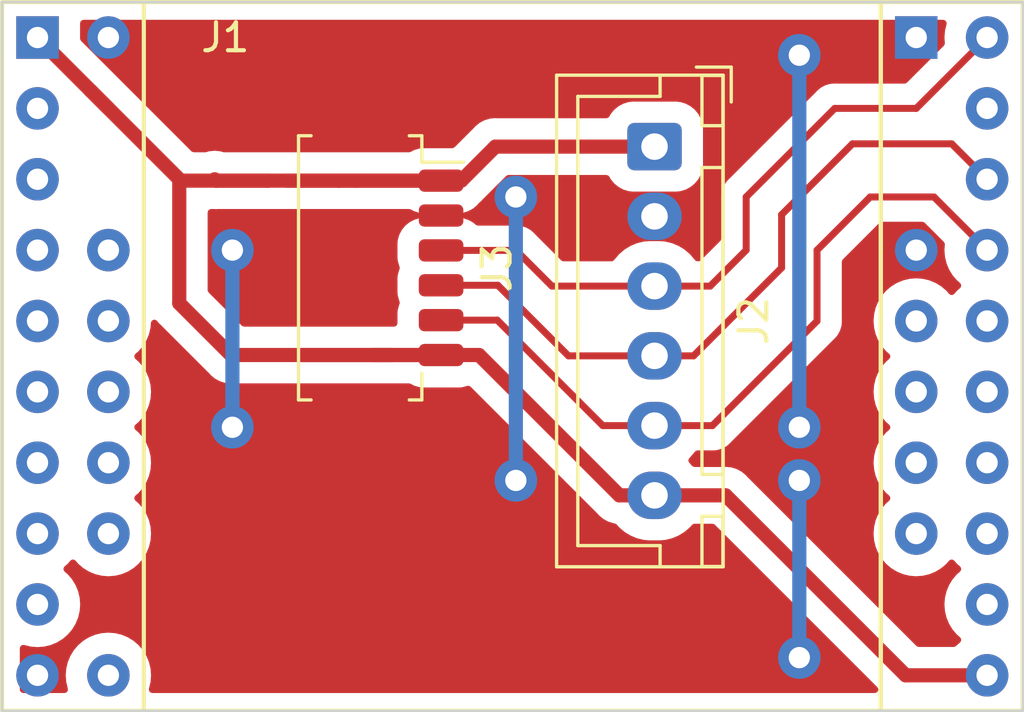
<source format=kicad_pcb>
(kicad_pcb (version 20221018) (generator pcbnew)
  (layers (0 "F.Cu" signal) (31 "B.Cu" signal) (34 "B.Paste" user) (35 "F.Paste" user) (36 "B.SilkS" user "B.Silkscreen") (37 "F.SilkS" user "F.Silkscreen") (38 "B.Mask" user) (39 "F.Mask" user) (44 "Edge.Cuts" user))
  (net 0 "")
  (net 1 "+3V3")
  (net 2 "GND")
  (net 3 "+5V")
  (net 5 "/G23")
  (net 22 "/G21")
  (net 24 "/G19")
  (footprint "Connector_JST:JST_XH_B6B-XH-A_1x06_P2.50mm_Vertical" (layer "F.Cu") (at 23.385 -20.22 -90)
    (fp_text reference "J2" (at 6.25 -3.55 90) (layer "F.SilkS"))
    (fp_text value "Conn_01x06")
    (fp_line (start -2.85 -2.75) (end -2.85 -1.5) (stroke (width 0.12)) (layer "F.SilkS"))
    (fp_line (start -2.56 -2.46) (end -2.56 3.51) (stroke (width 0.12)) (layer "F.SilkS"))
    (fp_line (start -2.56 3.51) (end 15.06 3.51) (stroke (width 0.12)) (layer "F.SilkS"))
    (fp_line (start -2.55 -2.45) (end -2.55 -1.7) (stroke (width 0.12)) (layer "F.SilkS"))
    (fp_line (start -2.55 -1.7) (end -0.75 -1.7) (stroke (width 0.12)) (layer "F.SilkS"))
    (fp_line (start -2.55 -0.2) (end -1.8 -0.2) (stroke (width 0.12)) (layer "F.SilkS"))
    (fp_line (start -1.8 -0.2) (end -1.8 2.75) (stroke (width 0.12)) (layer "F.SilkS"))
    (fp_line (start -1.8 2.75) (end 6.25 2.75) (stroke (width 0.12)) (layer "F.SilkS"))
    (fp_line (start -1.6 -2.75) (end -2.85 -2.75) (stroke (width 0.12)) (layer "F.SilkS"))
    (fp_line (start -0.75 -2.45) (end -2.55 -2.45) (stroke (width 0.12)) (layer "F.SilkS"))
    (fp_line (start -0.75 -1.7) (end -0.75 -2.45) (stroke (width 0.12)) (layer "F.SilkS"))
    (fp_line (start 0.75 -2.45) (end 0.75 -1.7) (stroke (width 0.12)) (layer "F.SilkS"))
    (fp_line (start 0.75 -1.7) (end 11.75 -1.7) (stroke (width 0.12)) (layer "F.SilkS"))
    (fp_line (start 11.75 -2.45) (end 0.75 -2.45) (stroke (width 0.12)) (layer "F.SilkS"))
    (fp_line (start 11.75 -1.7) (end 11.75 -2.45) (stroke (width 0.12)) (layer "F.SilkS"))
    (fp_line (start 13.25 -2.45) (end 13.25 -1.7) (stroke (width 0.12)) (layer "F.SilkS"))
    (fp_line (start 13.25 -1.7) (end 15.05 -1.7) (stroke (width 0.12)) (layer "F.SilkS"))
    (fp_line (start 14.3 -0.2) (end 14.3 2.75) (stroke (width 0.12)) (layer "F.SilkS"))
    (fp_line (start 14.3 2.75) (end 6.25 2.75) (stroke (width 0.12)) (layer "F.SilkS"))
    (fp_line (start 15.05 -2.45) (end 13.25 -2.45) (stroke (width 0.12)) (layer "F.SilkS"))
    (fp_line (start 15.05 -1.7) (end 15.05 -2.45) (stroke (width 0.12)) (layer "F.SilkS"))
    (fp_line (start 15.05 -0.2) (end 14.3 -0.2) (stroke (width 0.12)) (layer "F.SilkS"))
    (fp_line (start 15.06 -2.46) (end -2.56 -2.46) (stroke (width 0.12)) (layer "F.SilkS"))
    (fp_line (start 15.06 3.51) (end 15.06 -2.46) (stroke (width 0.12)) (layer "F.SilkS"))
    (pad "1" thru_hole roundrect (at 0 0 270) (size 1.7 1.95) (drill 0.95) (layers "*.Cu" "*.Mask") (roundrect_rratio 0.1470588235) (net 1 "+3V3"))
    (pad "2" thru_hole oval (at 2.5 0 270) (size 1.7 1.95) (drill 0.95) (layers "*.Cu" "*.Mask") (net 2 "GND"))
    (pad "3" thru_hole oval (at 5 0 270) (size 1.7 1.95) (drill 0.95) (layers "*.Cu" "*.Mask") (net 5 "/G23"))
    (pad "4" thru_hole oval (at 7.5 0 270) (size 1.7 1.95) (drill 0.95) (layers "*.Cu" "*.Mask") (net 22 "/G21"))
    (pad "5" thru_hole oval (at 10 0 270) (size 1.7 1.95) (drill 0.95) (layers "*.Cu" "*.Mask") (net 24 "/G19"))
    (pad "6" thru_hole oval (at 12.5 0 270) (size 1.7 1.95) (drill 0.95) (layers "*.Cu" "*.Mask") (net 1 "+3V3"))
  )
  (footprint "custom:ESP32_Relay_X2" (layer "F.Cu") (at 35.306 -13.97)
    (fp_text reference "J1" (at -27.305 -10.16 unlocked) (layer "F.SilkS"))
    (fp_text value "~")
    (fp_line (start -35.306 -11.43) (end -35.306 13.97) (stroke (width 0.15)) (layer "F.SilkS"))
    (fp_line (start -35.306 13.97) (end -30.226 13.97) (stroke (width 0.15)) (layer "F.SilkS"))
    (fp_line (start -30.226 -11.43) (end -35.306 -11.43) (stroke (width 0.15)) (layer "F.SilkS"))
    (fp_line (start -30.226 -11.43) (end -3.81 -11.43) (stroke (width 0.15)) (layer "F.SilkS"))
    (fp_line (start -30.226 13.97) (end -30.226 -11.43) (stroke (width 0.15)) (layer "F.SilkS"))
    (fp_line (start -3.81 -11.43) (end -3.81 13.97) (stroke (width 0.15)) (layer "F.SilkS"))
    (fp_line (start -3.81 -11.43) (end -3.81 13.97) (stroke (width 0.15)) (layer "F.SilkS"))
    (fp_line (start -3.81 13.97) (end -30.226 13.97) (stroke (width 0.15)) (layer "F.SilkS"))
    (fp_line (start -3.81 13.97) (end 1.27 13.97) (stroke (width 0.15)) (layer "F.SilkS"))
    (fp_line (start 1.27 -11.43) (end -3.81 -11.43) (stroke (width 0.15)) (layer "F.SilkS"))
    (fp_line (start 1.27 13.97) (end 1.27 -11.43) (stroke (width 0.15)) (layer "F.SilkS"))
    (pad "1" thru_hole rect locked (at -34.036 -10.16) (size 1.524 1.524) (drill 0.762) (layers "*.Cu" "*.Mask") (net 1 "+3V3"))
    (pad "2" thru_hole circle locked (at -34.036 -7.62) (size 1.524 1.524) (drill 0.762) (layers "*.Cu" "*.Mask"))
    (pad "3" thru_hole circle locked (at -34.036 -5.08) (size 1.524 1.524) (drill 0.762) (layers "*.Cu" "*.Mask"))
    (pad "4" thru_hole circle locked (at -34.036 -2.54) (size 1.524 1.524) (drill 0.762) (layers "*.Cu" "*.Mask"))
    (pad "5" thru_hole circle locked (at -34.036 0) (size 1.524 1.524) (drill 0.762) (layers "*.Cu" "*.Mask"))
    (pad "6" thru_hole circle locked (at -34.036 2.54) (size 1.524 1.524) (drill 0.762) (layers "*.Cu" "*.Mask"))
    (pad "7" thru_hole circle locked (at -34.036 5.08) (size 1.524 1.524) (drill 0.762) (layers "*.Cu" "*.Mask"))
    (pad "8" thru_hole circle locked (at -34.036 7.62) (size 1.524 1.524) (drill 0.762) (layers "*.Cu" "*.Mask"))
    (pad "9" thru_hole circle locked (at -34.036 10.16) (size 1.524 1.524) (drill 0.762) (layers "*.Cu" "*.Mask"))
    (pad "10" thru_hole circle locked (at -34.036 12.7) (size 1.524 1.524) (drill 0.762) (layers "*.Cu" "*.Mask") (net 2 "GND"))
    (pad "11" thru_hole circle locked (at -31.496 -10.16) (size 1.524 1.524) (drill 0.762) (layers "*.Cu" "*.Mask") (net 2 "GND"))
    (pad "14" thru_hole circle locked (at -31.496 -2.54) (size 1.524 1.524) (drill 0.762) (layers "*.Cu" "*.Mask"))
    (pad "15" thru_hole circle locked (at -31.496 0) (size 1.524 1.524) (drill 0.762) (layers "*.Cu" "*.Mask"))
    (pad "16" thru_hole circle locked (at -31.496 2.54) (size 1.524 1.524) (drill 0.762) (layers "*.Cu" "*.Mask"))
    (pad "17" thru_hole circle locked (at -31.496 5.08) (size 1.524 1.524) (drill 0.762) (layers "*.Cu" "*.Mask"))
    (pad "18" thru_hole circle locked (at -31.496 7.62) (size 1.524 1.524) (drill 0.762) (layers "*.Cu" "*.Mask"))
    (pad "20" thru_hole circle locked (at -31.496 12.7) (size 1.524 1.524) (drill 0.762) (layers "*.Cu" "*.Mask") (net 3 "+5V"))
    (pad "21" thru_hole rect locked (at -2.54 -10.16) (size 1.524 1.524) (drill 0.762) (layers "*.Cu" "*.Mask") (net 2 "GND"))
    (pad "24" thru_hole circle locked (at -2.54 -2.54) (size 1.524 1.524) (drill 0.762) (layers "*.Cu" "*.Mask") (net 2 "GND"))
    (pad "25" thru_hole circle locked (at -2.54 0) (size 1.524 1.524) (drill 0.762) (layers "*.Cu" "*.Mask"))
    (pad "26" thru_hole circle locked (at -2.54 2.54) (size 1.524 1.524) (drill 0.762) (layers "*.Cu" "*.Mask"))
    (pad "27" thru_hole circle locked (at -2.54 5.08) (size 1.524 1.524) (drill 0.762) (layers "*.Cu" "*.Mask"))
    (pad "28" thru_hole circle locked (at -2.54 7.62) (size 1.524 1.524) (drill 0.762) (layers "*.Cu" "*.Mask"))
    (pad "31" thru_hole circle locked (at 0 -10.16) (size 1.524 1.524) (drill 0.762) (layers "*.Cu" "*.Mask") (net 5 "/G23"))
    (pad "32" thru_hole circle locked (at 0 -7.62) (size 1.524 1.524) (drill 0.762) (layers "*.Cu" "*.Mask"))
    (pad "33" thru_hole circle locked (at 0 -5.08) (size 1.524 1.524) (drill 0.762) (layers "*.Cu" "*.Mask") (net 22 "/G21"))
    (pad "34" thru_hole circle locked (at 0 -2.54) (size 1.524 1.524) (drill 0.762) (layers "*.Cu" "*.Mask") (net 24 "/G19"))
    (pad "35" thru_hole circle locked (at 0 0) (size 1.524 1.524) (drill 0.762) (layers "*.Cu" "*.Mask"))
    (pad "36" thru_hole circle locked (at 0 2.54) (size 1.524 1.524) (drill 0.762) (layers "*.Cu" "*.Mask"))
    (pad "37" thru_hole circle locked (at 0 5.08) (size 1.524 1.524) (drill 0.762) (layers "*.Cu" "*.Mask"))
    (pad "38" thru_hole circle locked (at 0 7.62) (size 1.524 1.524) (drill 0.762) (layers "*.Cu" "*.Mask"))
    (pad "39" thru_hole circle locked (at 0 10.16) (size 1.524 1.524) (drill 0.762) (layers "*.Cu" "*.Mask"))
    (pad "40" thru_hole circle locked (at 0 12.7) (size 1.524 1.524) (drill 0.762) (layers "*.Cu" "*.Mask") (net 1 "+3V3"))
  )
  (footprint "Connector_Molex:Molex_PicoBlade_53261-0671_1x06-1MP_P1.25mm_Horizontal" (layer "F.Cu") (at 13.335 -15.875 -90)
    (fp_text reference "J3" (at 0 -4.4 90) (layer "F.SilkS"))
    (fp_text value "Conn_01x06")
    (fp_line (start -4.735 -1.71) (end -3.785 -1.71) (stroke (width 0.12)) (layer "F.SilkS"))
    (fp_line (start -4.735 -1.26) (end -4.735 -1.71) (stroke (width 0.12)) (layer "F.SilkS"))
    (fp_line (start -4.735 2.26) (end -4.735 2.71) (stroke (width 0.12)) (layer "F.SilkS"))
    (fp_line (start -4.735 2.71) (end 4.735 2.71) (stroke (width 0.12)) (layer "F.SilkS"))
    (fp_line (start -3.785 -1.71) (end -3.785 -3.2) (stroke (width 0.12)) (layer "F.SilkS"))
    (fp_line (start 4.735 -1.71) (end 3.785 -1.71) (stroke (width 0.12)) (layer "F.SilkS"))
    (fp_line (start 4.735 -1.26) (end 4.735 -1.71) (stroke (width 0.12)) (layer "F.SilkS"))
    (fp_line (start 4.735 2.71) (end 4.735 2.26) (stroke (width 0.12)) (layer "F.SilkS"))
    (pad "1" smd roundrect (at -3.125 -2.4 270) (size 0.8 1.6) (layers "F.Cu" "F.Paste" "F.Mask") (net 1 "+3V3"))
    (pad "2" smd roundrect (at -1.875 -2.4 270) (size 0.8 1.6) (layers "F.Cu" "F.Paste" "F.Mask") (net 2 "GND"))
    (pad "3" smd roundrect (at -0.625 -2.4 270) (size 0.8 1.6) (layers "F.Cu" "F.Paste" "F.Mask") (net 5 "/G23"))
    (pad "4" smd roundrect (at 0.625 -2.4 270) (size 0.8 1.6) (layers "F.Cu" "F.Paste" "F.Mask") (net 22 "/G21"))
    (pad "5" smd roundrect (at 1.875 -2.4 270) (size 0.8 1.6) (layers "F.Cu" "F.Paste" "F.Mask") (net 24 "/G19"))
    (pad "6" smd roundrect (at 3.125 -2.4 270) (size 0.8 1.6) (layers "F.Cu" "F.Paste" "F.Mask") (net 1 "+3V3"))
    (pad "MP" smd roundrect (at -5.675 0.5 270) (size 2.1 3) (layers "F.Cu" "F.Paste" "F.Mask") (roundrect_rratio 0.1190480952))
    (pad "MP" smd roundrect (at 5.675 0.5 270) (size 2.1 3) (layers "F.Cu" "F.Paste" "F.Mask") (roundrect_rratio 0.1190480952))
  )
  (gr_line (start 0 0) (end 36.576 0) (stroke (width 0.1)) (layer "Edge.Cuts"))
  (gr_line (start 36.576 -25.4) (end 0 -25.4) (stroke (width 0.1)) (layer "Edge.Cuts"))
  (gr_line (start 36.576 0) (end 36.576 -25.4) (stroke (width 0.1)) (layer "Edge.Cuts"))
  (gr_line (start 0 -25.4) (end 0 0) (stroke (width 0.1)) (layer "Edge.Cuts"))
  (segment (start 3.175 -22.225) (end 1.27 -24.13) (width 0.508) (layer "F.Cu") (net 1))
  (segment (start 25.935 -7.72) (end 32.385 -1.27) (width 0.508) (layer "F.Cu") (net 1))
  (segment (start 9.525 -19) (end 6.4 -19) (width 0.508) (layer "F.Cu") (net 1))
  (segment (start 6.4 -19) (end 3.175 -22.225) (width 0.508) (layer "F.Cu") (net 1))
  (segment (start 9.525 -19) (end 7.67 -19) (width 0.508) (layer "F.Cu") (net 1))
  (segment (start 23.385 -7.72) (end 25.935 -7.72) (width 0.508) (layer "F.Cu") (net 1))
  (segment (start 12.7 -19) (end 12.065 -19) (width 0.508) (layer "F.Cu") (net 1))
  (segment (start 13.97 -12.75) (end 13.285 -12.75) (width 0.508) (layer "F.Cu") (net 1))
  (segment (start 22.125 -7.72) (end 23.385 -7.72) (width 0.508) (layer "F.Cu") (net 1))
  (segment (start 15.735 -19) (end 12.7 -19) (width 0.508) (layer "F.Cu") (net 1))
  (segment (start 23.385 -20.22) (end 17.68 -20.22) (width 0.508) (layer "F.Cu") (net 1))
  (segment (start 16.46 -19) (end 15.735 -19) (width 0.508) (layer "F.Cu") (net 1))
  (segment (start 15.735 -12.75) (end 13.97 -12.75) (width 0.508) (layer "F.Cu") (net 1))
  (segment (start 3.81 -21.59) (end 3.175 -22.225) (width 0.508) (layer "F.Cu") (net 1))
  (segment (start 7.67 -19) (end 7.62 -19.05) (width 0.508) (layer "F.Cu") (net 1))
  (segment (start 15.735 -12.75) (end 17.095 -12.75) (width 0.508) (layer "F.Cu") (net 1))
  (segment (start 13.97 -12.75) (end 10.745 -12.75) (width 0.508) (layer "F.Cu") (net 1))
  (segment (start 6.35 -14.605) (end 6.35 -19.05) (width 0.508) (layer "F.Cu") (net 1))
  (segment (start 17.095 -12.75) (end 22.125 -7.72) (width 0.508) (layer "F.Cu") (net 1))
  (segment (start 17.68 -20.22) (end 16.46 -19) (width 0.508) (layer "F.Cu") (net 1))
  (segment (start 15.735 -12.75) (end 8.205 -12.75) (width 0.508) (layer "F.Cu") (net 1))
  (segment (start 32.385 -1.27) (end 35.306 -1.27) (width 0.508) (layer "F.Cu") (net 1))
  (segment (start 15.735 -19) (end 9.525 -19) (width 0.508) (layer "F.Cu") (net 1))
  (segment (start 8.205 -12.75) (end 6.35 -14.605) (width 0.508) (layer "F.Cu") (net 1))
  (segment (start 6.4 -19) (end 6.35 -19.05) (width 0.508) (layer "F.Cu") (net 1))
  (segment (start 12.065 -19) (end 10.21 -19) (width 0.508) (layer "F.Cu") (net 1))
  (via (at 8.255 -10.16) (size 1.524) (drill 0.762) (layers "F.Cu" "B.Cu") (net 2))
  (via (at 8.255 -16.51) (size 1.524) (drill 0.762) (layers "F.Cu" "B.Cu") (net 2))
  (via (at 28.575 -10.16) (size 1.524) (drill 0.762) (layers "F.Cu" "B.Cu") (net 2))
  (via (at 28.575 -1.905) (size 1.524) (drill 0.762) (layers "F.Cu" "B.Cu") (net 2))
  (via (at 28.575 -8.255) (size 1.524) (drill 0.762) (layers "F.Cu" "B.Cu") (net 2))
  (via (at 18.415 -8.255) (size 1.524) (drill 0.762) (layers "F.Cu" "B.Cu") (net 2))
  (via (at 28.575 -23.495) (size 1.524) (drill 0.762) (layers "F.Cu" "B.Cu") (net 2))
  (via (at 18.415 -18.415) (size 1.524) (drill 0.762) (layers "F.Cu" "B.Cu") (net 2))
  (segment (start 28.575 -23.495) (end 28.575 -10.16) (width 0.508) (layer "B.Cu") (net 2))
  (segment (start 28.575 -8.255) (end 28.575 -1.905) (width 0.508) (layer "B.Cu") (net 2))
  (segment (start 18.415 -8.255) (end 18.415 -18.415) (width 0.508) (layer "B.Cu") (net 2))
  (segment (start 8.255 -16.51) (end 8.255 -10.16) (width 0.508) (layer "B.Cu") (net 2))
  (segment (start 32.766 -21.59) (end 35.306 -24.13) (width 0.25) (layer "F.Cu") (net 5))
  (segment (start 19.705 -15.22) (end 23.385 -15.22) (width 0.25) (layer "F.Cu") (net 5))
  (segment (start 29.845 -21.59) (end 32.766 -21.59) (width 0.25) (layer "F.Cu") (net 5))
  (segment (start 23.385 -15.22) (end 25.38 -15.22) (width 0.25) (layer "F.Cu") (net 5))
  (segment (start 26.67 -16.51) (end 26.67 -18.415) (width 0.25) (layer "F.Cu") (net 5))
  (segment (start 25.38 -15.22) (end 26.67 -16.51) (width 0.25) (layer "F.Cu") (net 5))
  (segment (start 15.735 -16.5) (end 18.425 -16.5) (width 0.25) (layer "F.Cu") (net 5))
  (segment (start 18.425 -16.5) (end 19.705 -15.22) (width 0.25) (layer "F.Cu") (net 5))
  (segment (start 26.67 -18.415) (end 29.845 -21.59) (width 0.25) (layer "F.Cu") (net 5))
  (segment (start 34.036 -20.32) (end 30.48 -20.32) (width 0.25) (layer "F.Cu") (net 22))
  (segment (start 30.48 -20.32) (end 27.94 -17.78) (width 0.25) (layer "F.Cu") (net 22))
  (segment (start 17.77 -15.25) (end 20.3 -12.72) (width 0.25) (layer "F.Cu") (net 22))
  (segment (start 35.306 -19.05) (end 34.036 -20.32) (width 0.25) (layer "F.Cu") (net 22))
  (segment (start 24.785 -12.72) (end 23.385 -12.72) (width 0.25) (layer "F.Cu") (net 22))
  (segment (start 15.735 -15.25) (end 17.77 -15.25) (width 0.25) (layer "F.Cu") (net 22))
  (segment (start 27.94 -17.78) (end 27.94 -15.875) (width 0.25) (layer "F.Cu") (net 22))
  (segment (start 27.94 -15.875) (end 24.785 -12.72) (width 0.25) (layer "F.Cu") (net 22))
  (segment (start 20.3 -12.72) (end 23.385 -12.72) (width 0.25) (layer "F.Cu") (net 22))
  (segment (start 25.46 -10.22) (end 23.385 -10.22) (width 0.25) (layer "F.Cu") (net 24))
  (segment (start 21.53 -10.22) (end 17.75 -14) (width 0.25) (layer "F.Cu") (net 24))
  (segment (start 29.21 -16.508604) (end 29.21 -13.97) (width 0.25) (layer "F.Cu") (net 24))
  (segment (start 17.75 -14) (end 15.735 -14) (width 0.25) (layer "F.Cu") (net 24))
  (segment (start 33.401 -18.415) (end 31.116396 -18.415) (width 0.25) (layer "F.Cu") (net 24))
  (segment (start 35.306 -16.51) (end 33.401 -18.415) (width 0.25) (layer "F.Cu") (net 24))
  (segment (start 29.21 -13.97) (end 25.46 -10.22) (width 0.25) (layer "F.Cu") (net 24))
  (segment (start 31.116396 -18.415) (end 29.21 -16.508604) (width 0.25) (layer "F.Cu") (net 24))
  (segment (start 23.385 -10.22) (end 21.53 -10.22) (width 0.25) (layer "F.Cu") (net 24))
  (zone (net 2) (net_name "GND") (layer "F.Cu") (priority 2) (connect_pads yes (clearance 0.762)) (min_thickness 0.25) (fill yes (thermal_gap 0.5) (thermal_bridge_width 0.5))
    (polygon (pts (xy 0.635 -0.635) (xy 36.195 -0.635) (xy 36.195 -24.765) (xy 0.635 -24.765)))
  )
)
</source>
